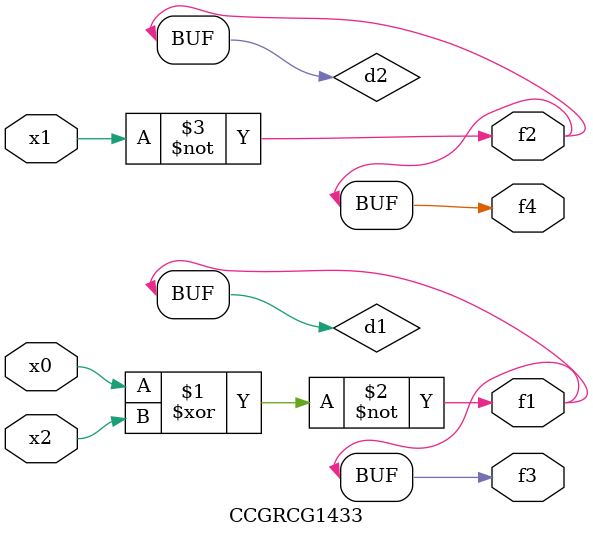
<source format=v>
module CCGRCG1433(
	input x0, x1, x2,
	output f1, f2, f3, f4
);

	wire d1, d2, d3;

	xnor (d1, x0, x2);
	nand (d2, x1);
	nor (d3, x1, x2);
	assign f1 = d1;
	assign f2 = d2;
	assign f3 = d1;
	assign f4 = d2;
endmodule

</source>
